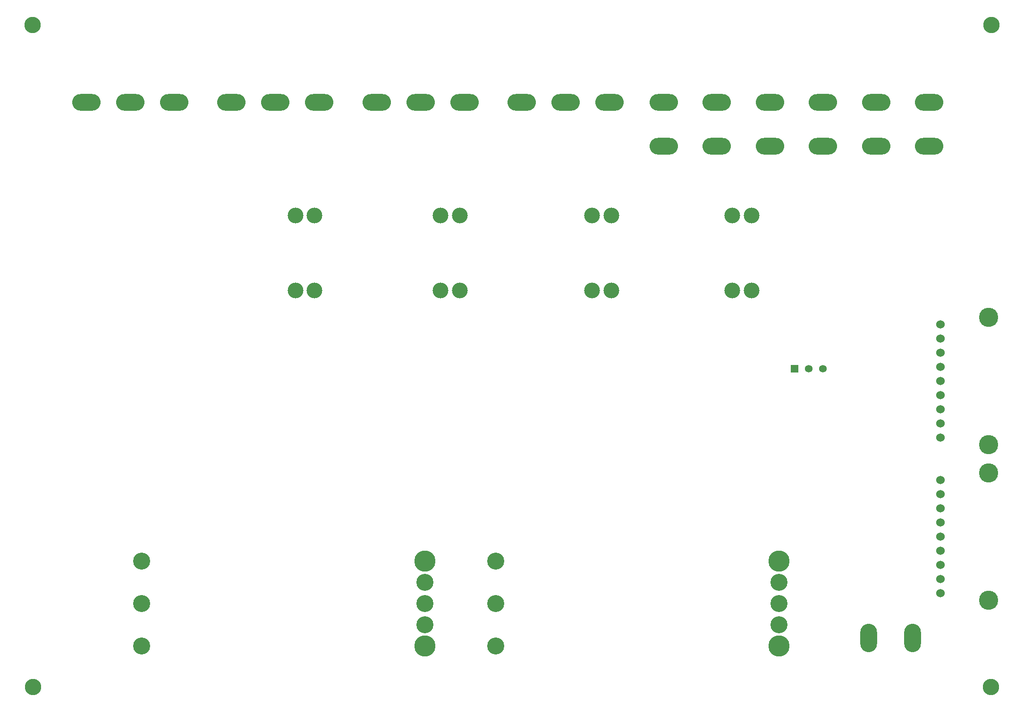
<source format=gbr>
%TF.GenerationSoftware,KiCad,Pcbnew,(5.1.6)-1*%
%TF.CreationDate,2022-03-18T16:24:40-05:00*%
%TF.ProjectId,2022_Rev2,32303232-5f52-4657-9632-2e6b69636164,rev?*%
%TF.SameCoordinates,Original*%
%TF.FileFunction,Soldermask,Bot*%
%TF.FilePolarity,Negative*%
%FSLAX46Y46*%
G04 Gerber Fmt 4.6, Leading zero omitted, Abs format (unit mm)*
G04 Created by KiCad (PCBNEW (5.1.6)-1) date 2022-03-18 16:24:40*
%MOMM*%
%LPD*%
G01*
G04 APERTURE LIST*
%ADD10C,2.946400*%
%ADD11O,5.100000X3.000000*%
%ADD12C,1.524000*%
%ADD13C,3.450000*%
%ADD14C,3.048000*%
%ADD15C,3.810000*%
%ADD16R,1.358000X1.358000*%
%ADD17C,1.358000*%
%ADD18C,2.819400*%
%ADD19O,3.000000X5.100000*%
G04 APERTURE END LIST*
D10*
%TO.C,REF\u002A\u002A*%
X70612000Y-24384000D03*
%TD*%
%TO.C,REF\u002A\u002A*%
X242570000Y-24384000D03*
%TD*%
%TO.C,REF\u002A\u002A*%
X242514120Y-143200120D03*
%TD*%
%TO.C,REF\u002A\u002A*%
X70667880Y-143200120D03*
%TD*%
D11*
%TO.C,Conn10*%
X231425000Y-38285000D03*
X231425000Y-46159000D03*
%TD*%
%TO.C,Conn5*%
X212375000Y-38285000D03*
X212375000Y-46159000D03*
%TD*%
%TO.C,Conn7*%
X193325000Y-38285000D03*
X193325000Y-46159000D03*
%TD*%
%TO.C,Conn8*%
X221900000Y-38278000D03*
X221900000Y-46152000D03*
%TD*%
%TO.C,Conn6*%
X183800000Y-38285000D03*
X183800000Y-46159000D03*
%TD*%
%TO.C,Conn11*%
X202850000Y-38285000D03*
X202850000Y-46159000D03*
%TD*%
D12*
%TO.C,Conn13*%
X233426000Y-126365000D03*
X233426000Y-123825000D03*
X233426000Y-121285000D03*
X233426000Y-118745000D03*
D13*
X242062000Y-127635000D03*
X242062000Y-104775000D03*
D12*
X233426000Y-116205000D03*
X233426000Y-113665000D03*
X233426000Y-111125000D03*
X233426000Y-108585000D03*
X233426000Y-106045000D03*
%TD*%
%TO.C,Conn1*%
X233426000Y-98425000D03*
X233426000Y-95885000D03*
X233426000Y-93345000D03*
X233426000Y-90805000D03*
D13*
X242062000Y-99695000D03*
X242062000Y-76835000D03*
D12*
X233426000Y-88265000D03*
X233426000Y-85725000D03*
X233426000Y-83185000D03*
X233426000Y-80645000D03*
X233426000Y-78105000D03*
%TD*%
D14*
%TO.C,VR2*%
X204470000Y-132080000D03*
X204470000Y-128270000D03*
X204470000Y-124460000D03*
D15*
X204470000Y-120650000D03*
X204470000Y-135890000D03*
D14*
X153670000Y-120650000D03*
X153670000Y-128270000D03*
X153670000Y-135890000D03*
%TD*%
%TO.C,VR1*%
X140970000Y-132080000D03*
X140970000Y-128270000D03*
X140970000Y-124460000D03*
D15*
X140970000Y-120650000D03*
X140970000Y-135890000D03*
D14*
X90170000Y-120650000D03*
X90170000Y-128270000D03*
X90170000Y-135890000D03*
%TD*%
D16*
%TO.C,U1*%
X207264000Y-86078000D03*
D17*
X209804000Y-86078000D03*
X212344000Y-86078000D03*
%TD*%
D18*
%TO.C,F9*%
X121158000Y-72009000D03*
X117729000Y-72009000D03*
X117729000Y-58547000D03*
X121158000Y-58547000D03*
%TD*%
%TO.C,F8*%
X199517000Y-72009000D03*
X196088000Y-72009000D03*
X196088000Y-58547000D03*
X199517000Y-58547000D03*
%TD*%
%TO.C,F6*%
X147193000Y-72009000D03*
X143764000Y-72009000D03*
X143764000Y-58547000D03*
X147193000Y-58547000D03*
%TD*%
%TO.C,F1*%
X174371000Y-72009000D03*
X170942000Y-72009000D03*
X170942000Y-58547000D03*
X174371000Y-58547000D03*
%TD*%
D11*
%TO.C,Conn12*%
X132322000Y-38250000D03*
X148070000Y-38250000D03*
X140196000Y-38250000D03*
%TD*%
%TO.C,Conn9*%
X106287000Y-38250000D03*
X122035000Y-38250000D03*
X114161000Y-38250000D03*
%TD*%
%TO.C,Conn4*%
X80252000Y-38250000D03*
X96000000Y-38250000D03*
X88126000Y-38250000D03*
%TD*%
%TO.C,Conn3*%
X158357000Y-38250000D03*
X174105000Y-38250000D03*
X166231000Y-38250000D03*
%TD*%
D19*
%TO.C,Conn2*%
X228392000Y-134432000D03*
X220518000Y-134432000D03*
%TD*%
M02*

</source>
